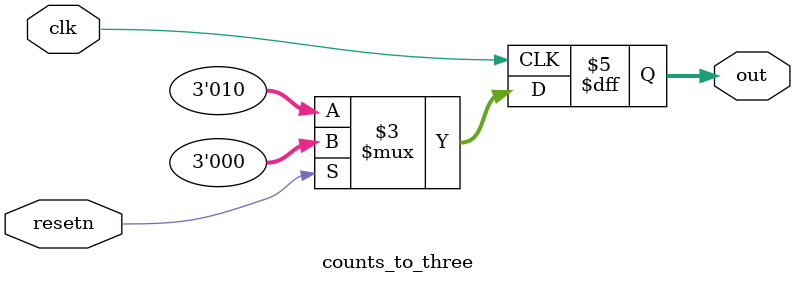
<source format=v>
module counts_to_three
(
input clk,
input resetn,
output reg [2:0] out
);

//-copilot next line-
//copilot mean_prob: 0.5156092044635388

   always @(posedge clk)
    begin
        out <= 2;
        if (resetn == 1) out <= 0;
    end




endmodule
</source>
